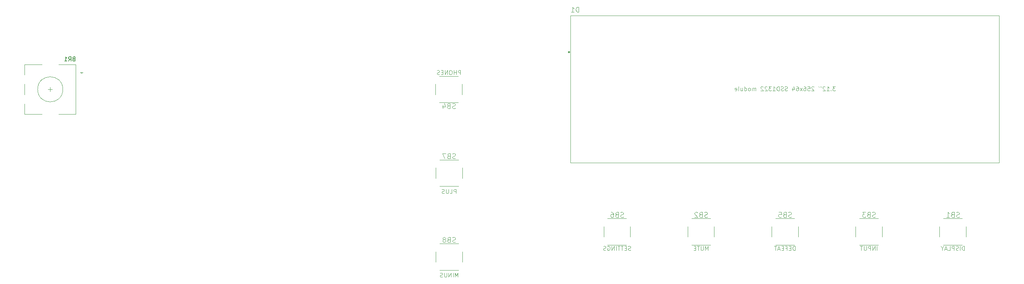
<source format=gbr>
G04 #@! TF.GenerationSoftware,KiCad,Pcbnew,5.0.0+dfsg1-2*
G04 #@! TF.CreationDate,2018-09-13T03:31:39+05:00*
G04 #@! TF.ProjectId,mainboard,6D61696E626F6172642E6B696361645F,rev?*
G04 #@! TF.SameCoordinates,Original*
G04 #@! TF.FileFunction,Legend,Bot*
G04 #@! TF.FilePolarity,Positive*
%FSLAX46Y46*%
G04 Gerber Fmt 4.6, Leading zero omitted, Abs format (unit mm)*
G04 Created by KiCad (PCBNEW 5.0.0+dfsg1-2) date Thu Sep 13 03:31:39 2018*
%MOMM*%
%LPD*%
G01*
G04 APERTURE LIST*
%ADD10C,0.120000*%
%ADD11C,0.250000*%
%ADD12C,0.150000*%
%ADD13C,0.100000*%
G04 APERTURE END LIST*
D10*
G04 #@! TO.C,BR1*
X365493000Y-200010000D02*
X364493000Y-200010000D01*
X364993000Y-199510000D02*
X364993000Y-200510000D01*
X358893000Y-203510000D02*
X358893000Y-205910000D01*
X358893000Y-198710000D02*
X358893000Y-201310000D01*
X358893000Y-194110000D02*
X358893000Y-196510000D01*
X372193000Y-195910000D02*
X372493000Y-196210000D01*
X372793000Y-195910000D02*
X372193000Y-195910000D01*
X372493000Y-196210000D02*
X372793000Y-195910000D01*
X371093000Y-194110000D02*
X371093000Y-205910000D01*
X366993000Y-194110000D02*
X371093000Y-194110000D01*
X366993000Y-205910000D02*
X371093000Y-205910000D01*
X358893000Y-205910000D02*
X362993000Y-205910000D01*
X362993000Y-194110000D02*
X358893000Y-194110000D01*
X367993000Y-200010000D02*
G75*
G03X367993000Y-200010000I-3000000J0D01*
G01*
G04 #@! TO.C,D1*
X591060000Y-182440000D02*
X488940000Y-182440000D01*
X488940000Y-182440000D02*
X488940000Y-217560000D01*
X488940000Y-217560000D02*
X591060000Y-217560000D01*
X591060000Y-217560000D02*
X591060000Y-182440000D01*
D11*
X488695000Y-191110000D02*
G75*
G03X488695000Y-191110000I-125000J0D01*
G01*
D10*
G04 #@! TO.C,SB1*
X582240000Y-230840000D02*
X577760000Y-230840000D01*
X576840000Y-232760000D02*
X576840000Y-235240000D01*
X582240000Y-237160000D02*
X577760000Y-237160000D01*
X583160000Y-232760000D02*
X583160000Y-235240000D01*
G04 #@! TO.C,SB2*
X523160000Y-232760000D02*
X523160000Y-235240000D01*
X522240000Y-237160000D02*
X517760000Y-237160000D01*
X516840000Y-232760000D02*
X516840000Y-235240000D01*
X522240000Y-230840000D02*
X517760000Y-230840000D01*
G04 #@! TO.C,SB3*
X562240000Y-230840000D02*
X557760000Y-230840000D01*
X556840000Y-232760000D02*
X556840000Y-235240000D01*
X562240000Y-237160000D02*
X557760000Y-237160000D01*
X563160000Y-232760000D02*
X563160000Y-235240000D01*
G04 #@! TO.C,SB4*
X456775000Y-201265000D02*
X456775000Y-198785000D01*
X457695000Y-196865000D02*
X462175000Y-196865000D01*
X463095000Y-201265000D02*
X463095000Y-198785000D01*
X457695000Y-203185000D02*
X462175000Y-203185000D01*
G04 #@! TO.C,SB5*
X543160000Y-232760000D02*
X543160000Y-235240000D01*
X542240000Y-237160000D02*
X537760000Y-237160000D01*
X536840000Y-232760000D02*
X536840000Y-235240000D01*
X542240000Y-230840000D02*
X537760000Y-230840000D01*
G04 #@! TO.C,SB6*
X503160000Y-232760000D02*
X503160000Y-235240000D01*
X502240000Y-237160000D02*
X497760000Y-237160000D01*
X496840000Y-232760000D02*
X496840000Y-235240000D01*
X502240000Y-230840000D02*
X497760000Y-230840000D01*
G04 #@! TO.C,SB7*
X462240000Y-216840000D02*
X457760000Y-216840000D01*
X456840000Y-218760000D02*
X456840000Y-221240000D01*
X462240000Y-223160000D02*
X457760000Y-223160000D01*
X463160000Y-218760000D02*
X463160000Y-221240000D01*
G04 #@! TO.C,SB8*
X462240000Y-236840000D02*
X457760000Y-236840000D01*
X456840000Y-238760000D02*
X456840000Y-241240000D01*
X462240000Y-243160000D02*
X457760000Y-243160000D01*
X463160000Y-238760000D02*
X463160000Y-241240000D01*
G04 #@! TO.C,BR1*
D12*
X370597761Y-192738571D02*
X370454904Y-192786190D01*
X370407285Y-192833809D01*
X370359666Y-192929047D01*
X370359666Y-193071904D01*
X370407285Y-193167142D01*
X370454904Y-193214761D01*
X370550142Y-193262380D01*
X370931095Y-193262380D01*
X370931095Y-192262380D01*
X370597761Y-192262380D01*
X370502523Y-192310000D01*
X370454904Y-192357619D01*
X370407285Y-192452857D01*
X370407285Y-192548095D01*
X370454904Y-192643333D01*
X370502523Y-192690952D01*
X370597761Y-192738571D01*
X370931095Y-192738571D01*
X369359666Y-193262380D02*
X369693000Y-192786190D01*
X369931095Y-193262380D02*
X369931095Y-192262380D01*
X369550142Y-192262380D01*
X369454904Y-192310000D01*
X369407285Y-192357619D01*
X369359666Y-192452857D01*
X369359666Y-192595714D01*
X369407285Y-192690952D01*
X369454904Y-192738571D01*
X369550142Y-192786190D01*
X369931095Y-192786190D01*
X368407285Y-193262380D02*
X368978714Y-193262380D01*
X368693000Y-193262380D02*
X368693000Y-192262380D01*
X368788238Y-192405238D01*
X368883476Y-192500476D01*
X368978714Y-192548095D01*
G04 #@! TO.C,D1*
D10*
X490885714Y-181542857D02*
X490885714Y-180342857D01*
X490600000Y-180342857D01*
X490428571Y-180400000D01*
X490314285Y-180514285D01*
X490257142Y-180628571D01*
X490200000Y-180857142D01*
X490200000Y-181028571D01*
X490257142Y-181257142D01*
X490314285Y-181371428D01*
X490428571Y-181485714D01*
X490600000Y-181542857D01*
X490885714Y-181542857D01*
X489057142Y-181542857D02*
X489742857Y-181542857D01*
X489400000Y-181542857D02*
X489400000Y-180342857D01*
X489514285Y-180514285D01*
X489628571Y-180628571D01*
X489742857Y-180685714D01*
D13*
X552000000Y-199352380D02*
X551380952Y-199352380D01*
X551714285Y-199733333D01*
X551571428Y-199733333D01*
X551476190Y-199780952D01*
X551428571Y-199828571D01*
X551380952Y-199923809D01*
X551380952Y-200161904D01*
X551428571Y-200257142D01*
X551476190Y-200304761D01*
X551571428Y-200352380D01*
X551857142Y-200352380D01*
X551952380Y-200304761D01*
X552000000Y-200257142D01*
X550952380Y-200257142D02*
X550904761Y-200304761D01*
X550952380Y-200352380D01*
X551000000Y-200304761D01*
X550952380Y-200257142D01*
X550952380Y-200352380D01*
X549952380Y-200352380D02*
X550523809Y-200352380D01*
X550238095Y-200352380D02*
X550238095Y-199352380D01*
X550333333Y-199495238D01*
X550428571Y-199590476D01*
X550523809Y-199638095D01*
X549571428Y-199447619D02*
X549523809Y-199400000D01*
X549428571Y-199352380D01*
X549190476Y-199352380D01*
X549095238Y-199400000D01*
X549047619Y-199447619D01*
X549000000Y-199542857D01*
X549000000Y-199638095D01*
X549047619Y-199780952D01*
X549619047Y-200352380D01*
X549000000Y-200352380D01*
X548523809Y-199352380D02*
X548619047Y-199542857D01*
X548047619Y-199352380D02*
X548142857Y-199542857D01*
X546904761Y-199447619D02*
X546857142Y-199400000D01*
X546761904Y-199352380D01*
X546523809Y-199352380D01*
X546428571Y-199400000D01*
X546380952Y-199447619D01*
X546333333Y-199542857D01*
X546333333Y-199638095D01*
X546380952Y-199780952D01*
X546952380Y-200352380D01*
X546333333Y-200352380D01*
X545428571Y-199352380D02*
X545904761Y-199352380D01*
X545952380Y-199828571D01*
X545904761Y-199780952D01*
X545809523Y-199733333D01*
X545571428Y-199733333D01*
X545476190Y-199780952D01*
X545428571Y-199828571D01*
X545380952Y-199923809D01*
X545380952Y-200161904D01*
X545428571Y-200257142D01*
X545476190Y-200304761D01*
X545571428Y-200352380D01*
X545809523Y-200352380D01*
X545904761Y-200304761D01*
X545952380Y-200257142D01*
X544523809Y-199352380D02*
X544714285Y-199352380D01*
X544809523Y-199400000D01*
X544857142Y-199447619D01*
X544952380Y-199590476D01*
X545000000Y-199780952D01*
X545000000Y-200161904D01*
X544952380Y-200257142D01*
X544904761Y-200304761D01*
X544809523Y-200352380D01*
X544619047Y-200352380D01*
X544523809Y-200304761D01*
X544476190Y-200257142D01*
X544428571Y-200161904D01*
X544428571Y-199923809D01*
X544476190Y-199828571D01*
X544523809Y-199780952D01*
X544619047Y-199733333D01*
X544809523Y-199733333D01*
X544904761Y-199780952D01*
X544952380Y-199828571D01*
X545000000Y-199923809D01*
X544095238Y-200352380D02*
X543571428Y-199685714D01*
X544095238Y-199685714D02*
X543571428Y-200352380D01*
X542761904Y-199352380D02*
X542952380Y-199352380D01*
X543047619Y-199400000D01*
X543095238Y-199447619D01*
X543190476Y-199590476D01*
X543238095Y-199780952D01*
X543238095Y-200161904D01*
X543190476Y-200257142D01*
X543142857Y-200304761D01*
X543047619Y-200352380D01*
X542857142Y-200352380D01*
X542761904Y-200304761D01*
X542714285Y-200257142D01*
X542666666Y-200161904D01*
X542666666Y-199923809D01*
X542714285Y-199828571D01*
X542761904Y-199780952D01*
X542857142Y-199733333D01*
X543047619Y-199733333D01*
X543142857Y-199780952D01*
X543190476Y-199828571D01*
X543238095Y-199923809D01*
X541809523Y-199685714D02*
X541809523Y-200352380D01*
X542047619Y-199304761D02*
X542285714Y-200019047D01*
X541666666Y-200019047D01*
X540571428Y-200304761D02*
X540428571Y-200352380D01*
X540190476Y-200352380D01*
X540095238Y-200304761D01*
X540047619Y-200257142D01*
X540000000Y-200161904D01*
X540000000Y-200066666D01*
X540047619Y-199971428D01*
X540095238Y-199923809D01*
X540190476Y-199876190D01*
X540380952Y-199828571D01*
X540476190Y-199780952D01*
X540523809Y-199733333D01*
X540571428Y-199638095D01*
X540571428Y-199542857D01*
X540523809Y-199447619D01*
X540476190Y-199400000D01*
X540380952Y-199352380D01*
X540142857Y-199352380D01*
X540000000Y-199400000D01*
X539619047Y-200304761D02*
X539476190Y-200352380D01*
X539238095Y-200352380D01*
X539142857Y-200304761D01*
X539095238Y-200257142D01*
X539047619Y-200161904D01*
X539047619Y-200066666D01*
X539095238Y-199971428D01*
X539142857Y-199923809D01*
X539238095Y-199876190D01*
X539428571Y-199828571D01*
X539523809Y-199780952D01*
X539571428Y-199733333D01*
X539619047Y-199638095D01*
X539619047Y-199542857D01*
X539571428Y-199447619D01*
X539523809Y-199400000D01*
X539428571Y-199352380D01*
X539190476Y-199352380D01*
X539047619Y-199400000D01*
X538619047Y-200352380D02*
X538619047Y-199352380D01*
X538380952Y-199352380D01*
X538238095Y-199400000D01*
X538142857Y-199495238D01*
X538095238Y-199590476D01*
X538047619Y-199780952D01*
X538047619Y-199923809D01*
X538095238Y-200114285D01*
X538142857Y-200209523D01*
X538238095Y-200304761D01*
X538380952Y-200352380D01*
X538619047Y-200352380D01*
X537095238Y-200352380D02*
X537666666Y-200352380D01*
X537380952Y-200352380D02*
X537380952Y-199352380D01*
X537476190Y-199495238D01*
X537571428Y-199590476D01*
X537666666Y-199638095D01*
X536761904Y-199352380D02*
X536142857Y-199352380D01*
X536476190Y-199733333D01*
X536333333Y-199733333D01*
X536238095Y-199780952D01*
X536190476Y-199828571D01*
X536142857Y-199923809D01*
X536142857Y-200161904D01*
X536190476Y-200257142D01*
X536238095Y-200304761D01*
X536333333Y-200352380D01*
X536619047Y-200352380D01*
X536714285Y-200304761D01*
X536761904Y-200257142D01*
X535761904Y-199447619D02*
X535714285Y-199400000D01*
X535619047Y-199352380D01*
X535380952Y-199352380D01*
X535285714Y-199400000D01*
X535238095Y-199447619D01*
X535190476Y-199542857D01*
X535190476Y-199638095D01*
X535238095Y-199780952D01*
X535809523Y-200352380D01*
X535190476Y-200352380D01*
X534809523Y-199447619D02*
X534761904Y-199400000D01*
X534666666Y-199352380D01*
X534428571Y-199352380D01*
X534333333Y-199400000D01*
X534285714Y-199447619D01*
X534238095Y-199542857D01*
X534238095Y-199638095D01*
X534285714Y-199780952D01*
X534857142Y-200352380D01*
X534238095Y-200352380D01*
X533047619Y-200352380D02*
X533047619Y-199685714D01*
X533047619Y-199780952D02*
X533000000Y-199733333D01*
X532904761Y-199685714D01*
X532761904Y-199685714D01*
X532666666Y-199733333D01*
X532619047Y-199828571D01*
X532619047Y-200352380D01*
X532619047Y-199828571D02*
X532571428Y-199733333D01*
X532476190Y-199685714D01*
X532333333Y-199685714D01*
X532238095Y-199733333D01*
X532190476Y-199828571D01*
X532190476Y-200352380D01*
X531571428Y-200352380D02*
X531666666Y-200304761D01*
X531714285Y-200257142D01*
X531761904Y-200161904D01*
X531761904Y-199876190D01*
X531714285Y-199780952D01*
X531666666Y-199733333D01*
X531571428Y-199685714D01*
X531428571Y-199685714D01*
X531333333Y-199733333D01*
X531285714Y-199780952D01*
X531238095Y-199876190D01*
X531238095Y-200161904D01*
X531285714Y-200257142D01*
X531333333Y-200304761D01*
X531428571Y-200352380D01*
X531571428Y-200352380D01*
X530380952Y-200352380D02*
X530380952Y-199352380D01*
X530380952Y-200304761D02*
X530476190Y-200352380D01*
X530666666Y-200352380D01*
X530761904Y-200304761D01*
X530809523Y-200257142D01*
X530857142Y-200161904D01*
X530857142Y-199876190D01*
X530809523Y-199780952D01*
X530761904Y-199733333D01*
X530666666Y-199685714D01*
X530476190Y-199685714D01*
X530380952Y-199733333D01*
X529476190Y-199685714D02*
X529476190Y-200352380D01*
X529904761Y-199685714D02*
X529904761Y-200209523D01*
X529857142Y-200304761D01*
X529761904Y-200352380D01*
X529619047Y-200352380D01*
X529523809Y-200304761D01*
X529476190Y-200257142D01*
X528857142Y-200352380D02*
X528952380Y-200304761D01*
X529000000Y-200209523D01*
X529000000Y-199352380D01*
X528095238Y-200304761D02*
X528190476Y-200352380D01*
X528380952Y-200352380D01*
X528476190Y-200304761D01*
X528523809Y-200209523D01*
X528523809Y-199828571D01*
X528476190Y-199733333D01*
X528380952Y-199685714D01*
X528190476Y-199685714D01*
X528095238Y-199733333D01*
X528047619Y-199828571D01*
X528047619Y-199923809D01*
X528523809Y-200019047D01*
G04 #@! TO.C,SB1*
D10*
X581514285Y-230485714D02*
X581342857Y-230542857D01*
X581057142Y-230542857D01*
X580942857Y-230485714D01*
X580885714Y-230428571D01*
X580828571Y-230314285D01*
X580828571Y-230200000D01*
X580885714Y-230085714D01*
X580942857Y-230028571D01*
X581057142Y-229971428D01*
X581285714Y-229914285D01*
X581400000Y-229857142D01*
X581457142Y-229800000D01*
X581514285Y-229685714D01*
X581514285Y-229571428D01*
X581457142Y-229457142D01*
X581400000Y-229400000D01*
X581285714Y-229342857D01*
X581000000Y-229342857D01*
X580828571Y-229400000D01*
X579914285Y-229914285D02*
X579742857Y-229971428D01*
X579685714Y-230028571D01*
X579628571Y-230142857D01*
X579628571Y-230314285D01*
X579685714Y-230428571D01*
X579742857Y-230485714D01*
X579857142Y-230542857D01*
X580314285Y-230542857D01*
X580314285Y-229342857D01*
X579914285Y-229342857D01*
X579800000Y-229400000D01*
X579742857Y-229457142D01*
X579685714Y-229571428D01*
X579685714Y-229685714D01*
X579742857Y-229800000D01*
X579800000Y-229857142D01*
X579914285Y-229914285D01*
X580314285Y-229914285D01*
X578485714Y-230542857D02*
X579171428Y-230542857D01*
X578828571Y-230542857D02*
X578828571Y-229342857D01*
X578942857Y-229514285D01*
X579057142Y-229628571D01*
X579171428Y-229685714D01*
D13*
X582738095Y-238452380D02*
X582738095Y-237452380D01*
X582500000Y-237452380D01*
X582357142Y-237500000D01*
X582261904Y-237595238D01*
X582214285Y-237690476D01*
X582166666Y-237880952D01*
X582166666Y-238023809D01*
X582214285Y-238214285D01*
X582261904Y-238309523D01*
X582357142Y-238404761D01*
X582500000Y-238452380D01*
X582738095Y-238452380D01*
X581738095Y-238452380D02*
X581738095Y-237452380D01*
X581309523Y-238404761D02*
X581166666Y-238452380D01*
X580928571Y-238452380D01*
X580833333Y-238404761D01*
X580785714Y-238357142D01*
X580738095Y-238261904D01*
X580738095Y-238166666D01*
X580785714Y-238071428D01*
X580833333Y-238023809D01*
X580928571Y-237976190D01*
X581119047Y-237928571D01*
X581214285Y-237880952D01*
X581261904Y-237833333D01*
X581309523Y-237738095D01*
X581309523Y-237642857D01*
X581261904Y-237547619D01*
X581214285Y-237500000D01*
X581119047Y-237452380D01*
X580880952Y-237452380D01*
X580738095Y-237500000D01*
X580309523Y-238452380D02*
X580309523Y-237452380D01*
X579928571Y-237452380D01*
X579833333Y-237500000D01*
X579785714Y-237547619D01*
X579738095Y-237642857D01*
X579738095Y-237785714D01*
X579785714Y-237880952D01*
X579833333Y-237928571D01*
X579928571Y-237976190D01*
X580309523Y-237976190D01*
X578833333Y-238452380D02*
X579309523Y-238452380D01*
X579309523Y-237452380D01*
X578547619Y-238166666D02*
X578071428Y-238166666D01*
X578642857Y-238452380D02*
X578309523Y-237452380D01*
X577976190Y-238452380D01*
X577452380Y-237976190D02*
X577452380Y-238452380D01*
X577785714Y-237452380D02*
X577452380Y-237976190D01*
X577119047Y-237452380D01*
G04 #@! TO.C,SB2*
D10*
X521514285Y-230485714D02*
X521342857Y-230542857D01*
X521057142Y-230542857D01*
X520942857Y-230485714D01*
X520885714Y-230428571D01*
X520828571Y-230314285D01*
X520828571Y-230200000D01*
X520885714Y-230085714D01*
X520942857Y-230028571D01*
X521057142Y-229971428D01*
X521285714Y-229914285D01*
X521400000Y-229857142D01*
X521457142Y-229800000D01*
X521514285Y-229685714D01*
X521514285Y-229571428D01*
X521457142Y-229457142D01*
X521400000Y-229400000D01*
X521285714Y-229342857D01*
X521000000Y-229342857D01*
X520828571Y-229400000D01*
X519914285Y-229914285D02*
X519742857Y-229971428D01*
X519685714Y-230028571D01*
X519628571Y-230142857D01*
X519628571Y-230314285D01*
X519685714Y-230428571D01*
X519742857Y-230485714D01*
X519857142Y-230542857D01*
X520314285Y-230542857D01*
X520314285Y-229342857D01*
X519914285Y-229342857D01*
X519800000Y-229400000D01*
X519742857Y-229457142D01*
X519685714Y-229571428D01*
X519685714Y-229685714D01*
X519742857Y-229800000D01*
X519800000Y-229857142D01*
X519914285Y-229914285D01*
X520314285Y-229914285D01*
X519171428Y-229457142D02*
X519114285Y-229400000D01*
X519000000Y-229342857D01*
X518714285Y-229342857D01*
X518600000Y-229400000D01*
X518542857Y-229457142D01*
X518485714Y-229571428D01*
X518485714Y-229685714D01*
X518542857Y-229857142D01*
X519228571Y-230542857D01*
X518485714Y-230542857D01*
D13*
X521690476Y-238452380D02*
X521690476Y-237452380D01*
X521357142Y-238166666D01*
X521023809Y-237452380D01*
X521023809Y-238452380D01*
X520547619Y-237452380D02*
X520547619Y-238261904D01*
X520500000Y-238357142D01*
X520452380Y-238404761D01*
X520357142Y-238452380D01*
X520166666Y-238452380D01*
X520071428Y-238404761D01*
X520023809Y-238357142D01*
X519976190Y-238261904D01*
X519976190Y-237452380D01*
X519642857Y-237452380D02*
X519071428Y-237452380D01*
X519357142Y-238452380D02*
X519357142Y-237452380D01*
X518738095Y-237928571D02*
X518404761Y-237928571D01*
X518261904Y-238452380D02*
X518738095Y-238452380D01*
X518738095Y-237452380D01*
X518261904Y-237452380D01*
G04 #@! TO.C,SB3*
D10*
X561514285Y-230485714D02*
X561342857Y-230542857D01*
X561057142Y-230542857D01*
X560942857Y-230485714D01*
X560885714Y-230428571D01*
X560828571Y-230314285D01*
X560828571Y-230200000D01*
X560885714Y-230085714D01*
X560942857Y-230028571D01*
X561057142Y-229971428D01*
X561285714Y-229914285D01*
X561400000Y-229857142D01*
X561457142Y-229800000D01*
X561514285Y-229685714D01*
X561514285Y-229571428D01*
X561457142Y-229457142D01*
X561400000Y-229400000D01*
X561285714Y-229342857D01*
X561000000Y-229342857D01*
X560828571Y-229400000D01*
X559914285Y-229914285D02*
X559742857Y-229971428D01*
X559685714Y-230028571D01*
X559628571Y-230142857D01*
X559628571Y-230314285D01*
X559685714Y-230428571D01*
X559742857Y-230485714D01*
X559857142Y-230542857D01*
X560314285Y-230542857D01*
X560314285Y-229342857D01*
X559914285Y-229342857D01*
X559800000Y-229400000D01*
X559742857Y-229457142D01*
X559685714Y-229571428D01*
X559685714Y-229685714D01*
X559742857Y-229800000D01*
X559800000Y-229857142D01*
X559914285Y-229914285D01*
X560314285Y-229914285D01*
X559228571Y-229342857D02*
X558485714Y-229342857D01*
X558885714Y-229800000D01*
X558714285Y-229800000D01*
X558600000Y-229857142D01*
X558542857Y-229914285D01*
X558485714Y-230028571D01*
X558485714Y-230314285D01*
X558542857Y-230428571D01*
X558600000Y-230485714D01*
X558714285Y-230542857D01*
X559057142Y-230542857D01*
X559171428Y-230485714D01*
X559228571Y-230428571D01*
D13*
X561928571Y-238452380D02*
X561928571Y-237452380D01*
X561452380Y-238452380D02*
X561452380Y-237452380D01*
X560880952Y-238452380D01*
X560880952Y-237452380D01*
X560404761Y-238452380D02*
X560404761Y-237452380D01*
X560023809Y-237452380D01*
X559928571Y-237500000D01*
X559880952Y-237547619D01*
X559833333Y-237642857D01*
X559833333Y-237785714D01*
X559880952Y-237880952D01*
X559928571Y-237928571D01*
X560023809Y-237976190D01*
X560404761Y-237976190D01*
X559404761Y-237452380D02*
X559404761Y-238261904D01*
X559357142Y-238357142D01*
X559309523Y-238404761D01*
X559214285Y-238452380D01*
X559023809Y-238452380D01*
X558928571Y-238404761D01*
X558880952Y-238357142D01*
X558833333Y-238261904D01*
X558833333Y-237452380D01*
X558500000Y-237452380D02*
X557928571Y-237452380D01*
X558214285Y-238452380D02*
X558214285Y-237452380D01*
G04 #@! TO.C,SB4*
D10*
X461449285Y-204510714D02*
X461277857Y-204567857D01*
X460992142Y-204567857D01*
X460877857Y-204510714D01*
X460820714Y-204453571D01*
X460763571Y-204339285D01*
X460763571Y-204225000D01*
X460820714Y-204110714D01*
X460877857Y-204053571D01*
X460992142Y-203996428D01*
X461220714Y-203939285D01*
X461335000Y-203882142D01*
X461392142Y-203825000D01*
X461449285Y-203710714D01*
X461449285Y-203596428D01*
X461392142Y-203482142D01*
X461335000Y-203425000D01*
X461220714Y-203367857D01*
X460935000Y-203367857D01*
X460763571Y-203425000D01*
X459849285Y-203939285D02*
X459677857Y-203996428D01*
X459620714Y-204053571D01*
X459563571Y-204167857D01*
X459563571Y-204339285D01*
X459620714Y-204453571D01*
X459677857Y-204510714D01*
X459792142Y-204567857D01*
X460249285Y-204567857D01*
X460249285Y-203367857D01*
X459849285Y-203367857D01*
X459735000Y-203425000D01*
X459677857Y-203482142D01*
X459620714Y-203596428D01*
X459620714Y-203710714D01*
X459677857Y-203825000D01*
X459735000Y-203882142D01*
X459849285Y-203939285D01*
X460249285Y-203939285D01*
X458535000Y-203767857D02*
X458535000Y-204567857D01*
X458820714Y-203310714D02*
X459106428Y-204167857D01*
X458363571Y-204167857D01*
D13*
X462696904Y-196477380D02*
X462696904Y-195477380D01*
X462315952Y-195477380D01*
X462220714Y-195525000D01*
X462173095Y-195572619D01*
X462125476Y-195667857D01*
X462125476Y-195810714D01*
X462173095Y-195905952D01*
X462220714Y-195953571D01*
X462315952Y-196001190D01*
X462696904Y-196001190D01*
X461696904Y-196477380D02*
X461696904Y-195477380D01*
X461696904Y-195953571D02*
X461125476Y-195953571D01*
X461125476Y-196477380D02*
X461125476Y-195477380D01*
X460458809Y-195477380D02*
X460268333Y-195477380D01*
X460173095Y-195525000D01*
X460077857Y-195620238D01*
X460030238Y-195810714D01*
X460030238Y-196144047D01*
X460077857Y-196334523D01*
X460173095Y-196429761D01*
X460268333Y-196477380D01*
X460458809Y-196477380D01*
X460554047Y-196429761D01*
X460649285Y-196334523D01*
X460696904Y-196144047D01*
X460696904Y-195810714D01*
X460649285Y-195620238D01*
X460554047Y-195525000D01*
X460458809Y-195477380D01*
X459601666Y-196477380D02*
X459601666Y-195477380D01*
X459030238Y-196477380D01*
X459030238Y-195477380D01*
X458554047Y-195953571D02*
X458220714Y-195953571D01*
X458077857Y-196477380D02*
X458554047Y-196477380D01*
X458554047Y-195477380D01*
X458077857Y-195477380D01*
X457696904Y-196429761D02*
X457554047Y-196477380D01*
X457315952Y-196477380D01*
X457220714Y-196429761D01*
X457173095Y-196382142D01*
X457125476Y-196286904D01*
X457125476Y-196191666D01*
X457173095Y-196096428D01*
X457220714Y-196048809D01*
X457315952Y-196001190D01*
X457506428Y-195953571D01*
X457601666Y-195905952D01*
X457649285Y-195858333D01*
X457696904Y-195763095D01*
X457696904Y-195667857D01*
X457649285Y-195572619D01*
X457601666Y-195525000D01*
X457506428Y-195477380D01*
X457268333Y-195477380D01*
X457125476Y-195525000D01*
G04 #@! TO.C,SB5*
D10*
X541514285Y-230485714D02*
X541342857Y-230542857D01*
X541057142Y-230542857D01*
X540942857Y-230485714D01*
X540885714Y-230428571D01*
X540828571Y-230314285D01*
X540828571Y-230200000D01*
X540885714Y-230085714D01*
X540942857Y-230028571D01*
X541057142Y-229971428D01*
X541285714Y-229914285D01*
X541400000Y-229857142D01*
X541457142Y-229800000D01*
X541514285Y-229685714D01*
X541514285Y-229571428D01*
X541457142Y-229457142D01*
X541400000Y-229400000D01*
X541285714Y-229342857D01*
X541000000Y-229342857D01*
X540828571Y-229400000D01*
X539914285Y-229914285D02*
X539742857Y-229971428D01*
X539685714Y-230028571D01*
X539628571Y-230142857D01*
X539628571Y-230314285D01*
X539685714Y-230428571D01*
X539742857Y-230485714D01*
X539857142Y-230542857D01*
X540314285Y-230542857D01*
X540314285Y-229342857D01*
X539914285Y-229342857D01*
X539800000Y-229400000D01*
X539742857Y-229457142D01*
X539685714Y-229571428D01*
X539685714Y-229685714D01*
X539742857Y-229800000D01*
X539800000Y-229857142D01*
X539914285Y-229914285D01*
X540314285Y-229914285D01*
X538542857Y-229342857D02*
X539114285Y-229342857D01*
X539171428Y-229914285D01*
X539114285Y-229857142D01*
X539000000Y-229800000D01*
X538714285Y-229800000D01*
X538600000Y-229857142D01*
X538542857Y-229914285D01*
X538485714Y-230028571D01*
X538485714Y-230314285D01*
X538542857Y-230428571D01*
X538600000Y-230485714D01*
X538714285Y-230542857D01*
X539000000Y-230542857D01*
X539114285Y-230485714D01*
X539171428Y-230428571D01*
D13*
X542404761Y-238452380D02*
X542404761Y-237452380D01*
X542166666Y-237452380D01*
X542023809Y-237500000D01*
X541928571Y-237595238D01*
X541880952Y-237690476D01*
X541833333Y-237880952D01*
X541833333Y-238023809D01*
X541880952Y-238214285D01*
X541928571Y-238309523D01*
X542023809Y-238404761D01*
X542166666Y-238452380D01*
X542404761Y-238452380D01*
X541404761Y-237928571D02*
X541071428Y-237928571D01*
X540928571Y-238452380D02*
X541404761Y-238452380D01*
X541404761Y-237452380D01*
X540928571Y-237452380D01*
X540166666Y-237928571D02*
X540500000Y-237928571D01*
X540500000Y-238452380D02*
X540500000Y-237452380D01*
X540023809Y-237452380D01*
X539642857Y-237928571D02*
X539309523Y-237928571D01*
X539166666Y-238452380D02*
X539642857Y-238452380D01*
X539642857Y-237452380D01*
X539166666Y-237452380D01*
X538785714Y-238166666D02*
X538309523Y-238166666D01*
X538880952Y-238452380D02*
X538547619Y-237452380D01*
X538214285Y-238452380D01*
X538023809Y-237452380D02*
X537452380Y-237452380D01*
X537738095Y-238452380D02*
X537738095Y-237452380D01*
G04 #@! TO.C,SB6*
D10*
X501514285Y-230485714D02*
X501342857Y-230542857D01*
X501057142Y-230542857D01*
X500942857Y-230485714D01*
X500885714Y-230428571D01*
X500828571Y-230314285D01*
X500828571Y-230200000D01*
X500885714Y-230085714D01*
X500942857Y-230028571D01*
X501057142Y-229971428D01*
X501285714Y-229914285D01*
X501400000Y-229857142D01*
X501457142Y-229800000D01*
X501514285Y-229685714D01*
X501514285Y-229571428D01*
X501457142Y-229457142D01*
X501400000Y-229400000D01*
X501285714Y-229342857D01*
X501000000Y-229342857D01*
X500828571Y-229400000D01*
X499914285Y-229914285D02*
X499742857Y-229971428D01*
X499685714Y-230028571D01*
X499628571Y-230142857D01*
X499628571Y-230314285D01*
X499685714Y-230428571D01*
X499742857Y-230485714D01*
X499857142Y-230542857D01*
X500314285Y-230542857D01*
X500314285Y-229342857D01*
X499914285Y-229342857D01*
X499800000Y-229400000D01*
X499742857Y-229457142D01*
X499685714Y-229571428D01*
X499685714Y-229685714D01*
X499742857Y-229800000D01*
X499800000Y-229857142D01*
X499914285Y-229914285D01*
X500314285Y-229914285D01*
X498600000Y-229342857D02*
X498828571Y-229342857D01*
X498942857Y-229400000D01*
X499000000Y-229457142D01*
X499114285Y-229628571D01*
X499171428Y-229857142D01*
X499171428Y-230314285D01*
X499114285Y-230428571D01*
X499057142Y-230485714D01*
X498942857Y-230542857D01*
X498714285Y-230542857D01*
X498600000Y-230485714D01*
X498542857Y-230428571D01*
X498485714Y-230314285D01*
X498485714Y-230028571D01*
X498542857Y-229914285D01*
X498600000Y-229857142D01*
X498714285Y-229800000D01*
X498942857Y-229800000D01*
X499057142Y-229857142D01*
X499114285Y-229914285D01*
X499171428Y-230028571D01*
D13*
X503238095Y-238404761D02*
X503095238Y-238452380D01*
X502857142Y-238452380D01*
X502761904Y-238404761D01*
X502714285Y-238357142D01*
X502666666Y-238261904D01*
X502666666Y-238166666D01*
X502714285Y-238071428D01*
X502761904Y-238023809D01*
X502857142Y-237976190D01*
X503047619Y-237928571D01*
X503142857Y-237880952D01*
X503190476Y-237833333D01*
X503238095Y-237738095D01*
X503238095Y-237642857D01*
X503190476Y-237547619D01*
X503142857Y-237500000D01*
X503047619Y-237452380D01*
X502809523Y-237452380D01*
X502666666Y-237500000D01*
X502238095Y-237928571D02*
X501904761Y-237928571D01*
X501761904Y-238452380D02*
X502238095Y-238452380D01*
X502238095Y-237452380D01*
X501761904Y-237452380D01*
X501476190Y-237452380D02*
X500904761Y-237452380D01*
X501190476Y-238452380D02*
X501190476Y-237452380D01*
X500714285Y-237452380D02*
X500142857Y-237452380D01*
X500428571Y-238452380D02*
X500428571Y-237452380D01*
X499809523Y-238452380D02*
X499809523Y-237452380D01*
X499333333Y-238452380D02*
X499333333Y-237452380D01*
X498761904Y-238452380D01*
X498761904Y-237452380D01*
X497761904Y-237500000D02*
X497857142Y-237452380D01*
X498000000Y-237452380D01*
X498142857Y-237500000D01*
X498238095Y-237595238D01*
X498285714Y-237690476D01*
X498333333Y-237880952D01*
X498333333Y-238023809D01*
X498285714Y-238214285D01*
X498238095Y-238309523D01*
X498142857Y-238404761D01*
X498000000Y-238452380D01*
X497904761Y-238452380D01*
X497761904Y-238404761D01*
X497714285Y-238357142D01*
X497714285Y-238023809D01*
X497904761Y-238023809D01*
X497333333Y-238404761D02*
X497190476Y-238452380D01*
X496952380Y-238452380D01*
X496857142Y-238404761D01*
X496809523Y-238357142D01*
X496761904Y-238261904D01*
X496761904Y-238166666D01*
X496809523Y-238071428D01*
X496857142Y-238023809D01*
X496952380Y-237976190D01*
X497142857Y-237928571D01*
X497238095Y-237880952D01*
X497285714Y-237833333D01*
X497333333Y-237738095D01*
X497333333Y-237642857D01*
X497285714Y-237547619D01*
X497238095Y-237500000D01*
X497142857Y-237452380D01*
X496904761Y-237452380D01*
X496761904Y-237500000D01*
G04 #@! TO.C,SB7*
D10*
X461514285Y-216485714D02*
X461342857Y-216542857D01*
X461057142Y-216542857D01*
X460942857Y-216485714D01*
X460885714Y-216428571D01*
X460828571Y-216314285D01*
X460828571Y-216200000D01*
X460885714Y-216085714D01*
X460942857Y-216028571D01*
X461057142Y-215971428D01*
X461285714Y-215914285D01*
X461400000Y-215857142D01*
X461457142Y-215800000D01*
X461514285Y-215685714D01*
X461514285Y-215571428D01*
X461457142Y-215457142D01*
X461400000Y-215400000D01*
X461285714Y-215342857D01*
X461000000Y-215342857D01*
X460828571Y-215400000D01*
X459914285Y-215914285D02*
X459742857Y-215971428D01*
X459685714Y-216028571D01*
X459628571Y-216142857D01*
X459628571Y-216314285D01*
X459685714Y-216428571D01*
X459742857Y-216485714D01*
X459857142Y-216542857D01*
X460314285Y-216542857D01*
X460314285Y-215342857D01*
X459914285Y-215342857D01*
X459800000Y-215400000D01*
X459742857Y-215457142D01*
X459685714Y-215571428D01*
X459685714Y-215685714D01*
X459742857Y-215800000D01*
X459800000Y-215857142D01*
X459914285Y-215914285D01*
X460314285Y-215914285D01*
X459228571Y-215342857D02*
X458428571Y-215342857D01*
X458942857Y-216542857D01*
D13*
X461666666Y-224862380D02*
X461666666Y-223862380D01*
X461285714Y-223862380D01*
X461190476Y-223910000D01*
X461142857Y-223957619D01*
X461095238Y-224052857D01*
X461095238Y-224195714D01*
X461142857Y-224290952D01*
X461190476Y-224338571D01*
X461285714Y-224386190D01*
X461666666Y-224386190D01*
X460190476Y-224862380D02*
X460666666Y-224862380D01*
X460666666Y-223862380D01*
X459857142Y-223862380D02*
X459857142Y-224671904D01*
X459809523Y-224767142D01*
X459761904Y-224814761D01*
X459666666Y-224862380D01*
X459476190Y-224862380D01*
X459380952Y-224814761D01*
X459333333Y-224767142D01*
X459285714Y-224671904D01*
X459285714Y-223862380D01*
X458857142Y-224814761D02*
X458714285Y-224862380D01*
X458476190Y-224862380D01*
X458380952Y-224814761D01*
X458333333Y-224767142D01*
X458285714Y-224671904D01*
X458285714Y-224576666D01*
X458333333Y-224481428D01*
X458380952Y-224433809D01*
X458476190Y-224386190D01*
X458666666Y-224338571D01*
X458761904Y-224290952D01*
X458809523Y-224243333D01*
X458857142Y-224148095D01*
X458857142Y-224052857D01*
X458809523Y-223957619D01*
X458761904Y-223910000D01*
X458666666Y-223862380D01*
X458428571Y-223862380D01*
X458285714Y-223910000D01*
G04 #@! TO.C,SB8*
D10*
X461514285Y-236485714D02*
X461342857Y-236542857D01*
X461057142Y-236542857D01*
X460942857Y-236485714D01*
X460885714Y-236428571D01*
X460828571Y-236314285D01*
X460828571Y-236200000D01*
X460885714Y-236085714D01*
X460942857Y-236028571D01*
X461057142Y-235971428D01*
X461285714Y-235914285D01*
X461400000Y-235857142D01*
X461457142Y-235800000D01*
X461514285Y-235685714D01*
X461514285Y-235571428D01*
X461457142Y-235457142D01*
X461400000Y-235400000D01*
X461285714Y-235342857D01*
X461000000Y-235342857D01*
X460828571Y-235400000D01*
X459914285Y-235914285D02*
X459742857Y-235971428D01*
X459685714Y-236028571D01*
X459628571Y-236142857D01*
X459628571Y-236314285D01*
X459685714Y-236428571D01*
X459742857Y-236485714D01*
X459857142Y-236542857D01*
X460314285Y-236542857D01*
X460314285Y-235342857D01*
X459914285Y-235342857D01*
X459800000Y-235400000D01*
X459742857Y-235457142D01*
X459685714Y-235571428D01*
X459685714Y-235685714D01*
X459742857Y-235800000D01*
X459800000Y-235857142D01*
X459914285Y-235914285D01*
X460314285Y-235914285D01*
X458942857Y-235857142D02*
X459057142Y-235800000D01*
X459114285Y-235742857D01*
X459171428Y-235628571D01*
X459171428Y-235571428D01*
X459114285Y-235457142D01*
X459057142Y-235400000D01*
X458942857Y-235342857D01*
X458714285Y-235342857D01*
X458600000Y-235400000D01*
X458542857Y-235457142D01*
X458485714Y-235571428D01*
X458485714Y-235628571D01*
X458542857Y-235742857D01*
X458600000Y-235800000D01*
X458714285Y-235857142D01*
X458942857Y-235857142D01*
X459057142Y-235914285D01*
X459114285Y-235971428D01*
X459171428Y-236085714D01*
X459171428Y-236314285D01*
X459114285Y-236428571D01*
X459057142Y-236485714D01*
X458942857Y-236542857D01*
X458714285Y-236542857D01*
X458600000Y-236485714D01*
X458542857Y-236428571D01*
X458485714Y-236314285D01*
X458485714Y-236085714D01*
X458542857Y-235971428D01*
X458600000Y-235914285D01*
X458714285Y-235857142D01*
D13*
X462095238Y-244832380D02*
X462095238Y-243832380D01*
X461761904Y-244546666D01*
X461428571Y-243832380D01*
X461428571Y-244832380D01*
X460952380Y-244832380D02*
X460952380Y-243832380D01*
X460476190Y-244832380D02*
X460476190Y-243832380D01*
X459904761Y-244832380D01*
X459904761Y-243832380D01*
X459428571Y-243832380D02*
X459428571Y-244641904D01*
X459380952Y-244737142D01*
X459333333Y-244784761D01*
X459238095Y-244832380D01*
X459047619Y-244832380D01*
X458952380Y-244784761D01*
X458904761Y-244737142D01*
X458857142Y-244641904D01*
X458857142Y-243832380D01*
X458428571Y-244784761D02*
X458285714Y-244832380D01*
X458047619Y-244832380D01*
X457952380Y-244784761D01*
X457904761Y-244737142D01*
X457857142Y-244641904D01*
X457857142Y-244546666D01*
X457904761Y-244451428D01*
X457952380Y-244403809D01*
X458047619Y-244356190D01*
X458238095Y-244308571D01*
X458333333Y-244260952D01*
X458380952Y-244213333D01*
X458428571Y-244118095D01*
X458428571Y-244022857D01*
X458380952Y-243927619D01*
X458333333Y-243880000D01*
X458238095Y-243832380D01*
X458000000Y-243832380D01*
X457857142Y-243880000D01*
G04 #@! TD*
M02*

</source>
